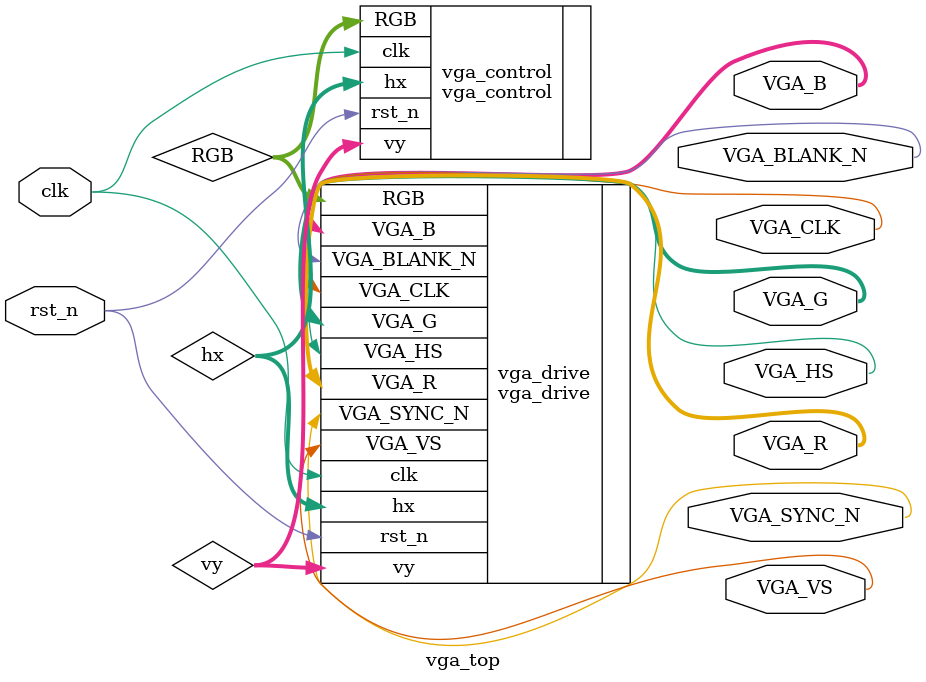
<source format=v>
/* ==================================================================
* Family:				Cyclone V
* Device:				5CSEMA5F31C6
* Stage:				   DE1-SOC			
* Version:				Quartus II 64-Bit Version & 13.1.0 Build 162 10/23/2013 SJ Full Version
* Author: 				Qiaoxu
* Address:				Lab
* Data:					2017/
* Function:				VGA顶层文件
* 
* ==================================================================*/

module vga_top(
	
	input wire 			clk,	
	input	wire			rst_n,
	
	//vga引脚定义
	output wire 		VGA_CLK,
	output wire 		VGA_BLANK_N,VGA_SYNC_N,
	output wire [7:0] VGA_R,VGA_B,VGA_G,
	output wire 		VGA_HS,VGA_VS			
			


);


//====================================================================
// ********** Define Parameter and Internal Signals *************
//====================================================================
	wire [9:0]  hx,vy;		//定义扫描坐标
	wire [23:0] RGB;



//====================================================================
// ************************* Main Code *************************
//====================================================================

	/************************* vga控制部分 ****************************/
	vga_control vga_control(
	
		.clk				(clk),	
		.rst_n			(rst_n),
		
		.hx				(hx),		//vga的行坐标和列坐标
		.vy				(vy),
		.RGB			   (RGB)
	);
	
	
	
	
	/************************* vga驱动部分 ****************************/
 	vga_drive vga_drive(
	
		.clk				(clk),	
		.rst_n			(rst_n),
		
		.RGB				(RGB),
		.VGA_CLK			(VGA_CLK),
		.VGA_BLANK_N	(VGA_BLANK_N),
		.VGA_SYNC_N		(VGA_SYNC_N),
		.VGA_R			(VGA_R),
		.VGA_B			(VGA_B),
		.VGA_G			(VGA_G),
		.VGA_HS			(VGA_HS),
		.VGA_VS			(VGA_VS),
		.hx				(hx),
		.vy				(vy)
	
	);
	
	
	
	
	
	
	
	
	
	
	
	
	


endmodule


</source>
